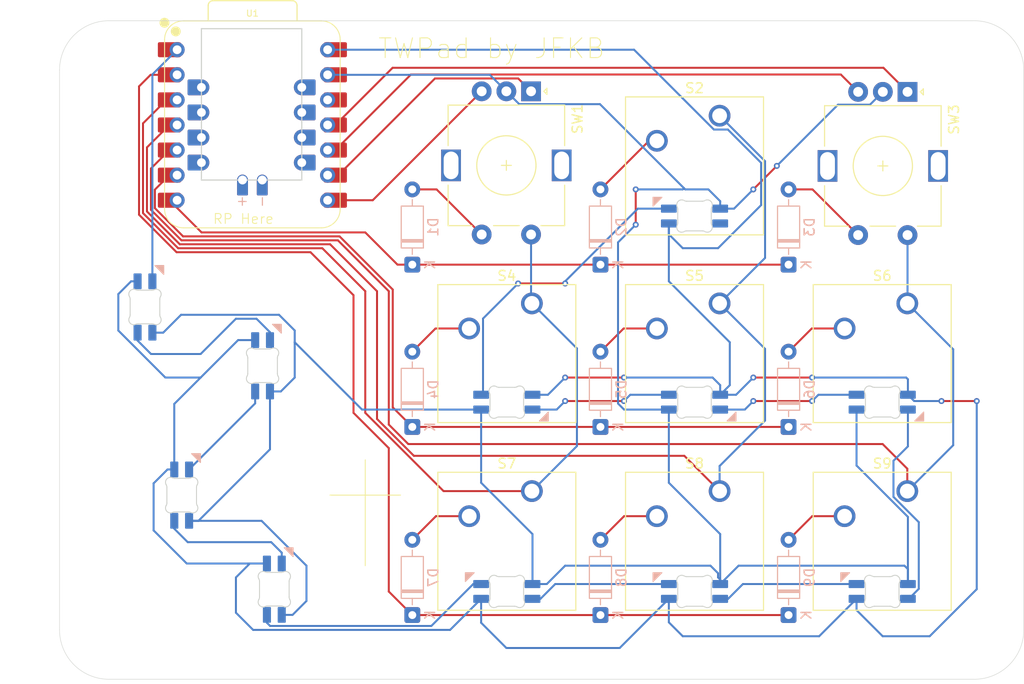
<source format=kicad_pcb>
(kicad_pcb (version 20241229) (generator "pcbnew") (generator_version "9.0")
  (layers (0 "F.Cu" signal) (2 "B.Cu" signal) (13 "F.Paste" user) (15 "B.Paste" user) (5 "F.SilkS" user "F.Silkscreen") (7 "B.SilkS" user "B.Silkscreen") (1 "F.Mask" user) (3 "B.Mask" user) (25 "Edge.Cuts" user))
  (net 0 "")
  (net 1 "row_0")
  (net 2 "Net-(D1-A)")
  (net 3 "Net-(D2-A)")
  (net 4 "Net-(D3-A)")
  (net 5 "Net-(D4-A)")
  (net 6 "Net-(D5-A)")
  (net 7 "Net-(D6-A)")
  (net 8 "Net-(D7-A)")
  (net 9 "Net-(D8-A)")
  (net 10 "Net-(D9-A)")
  (net 11 "row_1")
  (net 12 "row_2")
  (net 13 "Net-(D10-DIN)")
  (net 14 "+5V")
  (net 16 "RotEnc1B")
  (net 17 "RotEnc1A")
  (net 18 "RotEnc2A")
  (net 20 "RotEnc2B")
  (net 21 "Net-(D11-DIN)")
  (net 22 "Net-(D12-DIN)")
  (net 23 "Net-(D13-DIN)")
  (net 24 "Net-(D14-DIN)")
  (net 25 "Net-(D14-DOUT)")
  (net 26 "Net-(D15-DOUT)")
  (net 27 "Net-(D17-DOUT)")
  (net 28 "Led input")
  (net 29 "Net-(D18-DOUT)")
  (net 30 "Net-(D19-DOUT)")
  (net 31 "col_1")
  (net 32 "col_0")
  (net 33 "col_2")
  (net 34 "GND")
  (footprint "Button_Switch_Keyboard:SW_Cherry_MX_1.00u_PCB" (layer "F.Cu") (at 133.017242 77.096639)
    (property "Reference" "S4")
    (property "Value" "~")
  )
  (footprint "Button_Switch_Keyboard:SW_Cherry_MX_1.00u_PCB" (layer "F.Cu") (at 171.027242 77.096639)
    (property "Reference" "S6")
    (property "Value" "~")
  )
  (footprint "Rotary_Encoder:RotaryEncoder_Alps_EC11E-Switch_Vertical_H20mm" (layer "F.Cu") (at 132.932242 55.621639 -90)
    (property "Reference" "SW1")
    (property "Value" "RotaryEncoder_Switch")
  )
  (footprint "kicad-keyboard-parts.pretty-master:MX_SK6812MINI-E_REV_Rot" (layer "F.Cu") (at 130.477242 82.176639)
    (property "Reference" "D11" (hide yes))
    (property "Value" "SK6812MINI")
    (fp_line (start -1.699999 5.622842) (end -1.699999 4.217158) (stroke (width 0.1)) (layer "Edge.Cuts"))
    (fp_line (start -0.794452 3.420001) (end 0.794453 3.420001) (stroke (width 0.1)) (layer "Edge.Cuts"))
    (fp_line (start 0.794452 6.42) (end -0.794452 6.42) (stroke (width 0.1)) (layer "Edge.Cuts"))
    (fp_line (start 1.699999 4.217158) (end 1.699999 5.622842) (stroke (width 0.1)) (layer "Edge.Cuts"))
    (fp_arc (start -1.749484 4.00028) (mid -1.712527 4.105932) (end -1.699999 4.217158) (stroke (width 0.1)) (layer "Edge.Cuts"))
    (fp_arc (start -1.749484 4.00028) (mid -1.638071 3.415965) (end -1.046711 3.351701) (stroke (width 0.1)) (layer "Edge.Cuts"))
    (fp_arc (start -1.699999 5.622843) (mid -1.712527 5.734068) (end -1.749484 5.83972) (stroke (width 0.1)) (layer "Edge.Cuts"))
    (fp_arc (start -1.046711 6.488297) (mid -1.63807 6.424034) (end -1.749484 5.83972) (stroke (width 0.1)) (layer "Edge.Cuts"))
    (fp_arc (start -1.04671 6.488299) (mid -0.925122 6.437377) (end -0.794452 6.42) (stroke (width 0.1)) (layer "Edge.Cuts"))
    (fp_arc (start -0.794453 3.42) (mid -0.925123 3.402623) (end -1.046711 3.351701) (stroke (width 0.1)) (layer "Edge.Cuts"))
    (fp_arc (start 0.794452 6.42) (mid 0.925123 6.437377) (end 1.046711 6.488299) (stroke (width 0.1)) (layer "Edge.Cuts"))
    (fp_arc (start 1.046711 3.351702) (mid 0.925123 3.402624) (end 0.794453 3.420001) (stroke (width 0.1)) (layer "Edge.Cuts"))
    (fp_arc (start 1.046711 3.351702) (mid 1.638071 3.415966) (end 1.749484 4.00028) (stroke (width 0.1)) (layer "Edge.Cuts"))
    (fp_arc (start 1.699999 4.217157) (mid 1.712527 4.105932) (end 1.749484 4.00028) (stroke (width 0.1)) (layer "Edge.Cuts"))
    (fp_arc (start 1.749484 5.839719) (mid 1.638072 6.424035) (end 1.046711 6.488299) (stroke (width 0.1)) (layer "Edge.Cuts"))
    (fp_arc (start 1.749484 5.83972) (mid 1.712527 5.734068) (end 1.699999 5.622842) (stroke (width 0.1)) (layer "Edge.Cuts"))
  )
  (footprint "kicad-keyboard-parts.pretty-master:MX_SK6812MINI-E_REV" (layer "F.Cu") (at 149.482242 101.181639)
    (property "Reference" "D15" (hide yes))
    (property "Value" "SK6812MINI")
    (fp_line (start -1.699999 5.782842) (end -1.699999 4.377158) (stroke (width 0.1)) (layer "Edge.Cuts"))
    (fp_line (start -0.794452 3.58) (end 0.794452 3.58) (stroke (width 0.1)) (layer "Edge.Cuts"))
    (fp_line (start 0.794452 6.579999) (end -0.794453 6.579999) (stroke (width 0.1)) (layer "Edge.Cuts"))
    (fp_line (start 1.699999 4.377158) (end 1.699999 5.782842) (stroke (width 0.1)) (layer "Edge.Cuts"))
    (fp_arc (start -1.749484 4.16028) (mid -1.712527 4.265932) (end -1.699999 4.377158) (stroke (width 0.1)) (layer "Edge.Cuts"))
    (fp_arc (start -1.749484 4.160281) (mid -1.638072 3.575965) (end -1.046711 3.511701) (stroke (width 0.1)) (layer "Edge.Cuts"))
    (fp_arc (start -1.699999 5.782843) (mid -1.712527 5.894068) (end -1.749484 5.99972) (stroke (width 0.1)) (layer "Edge.Cuts"))
    (fp_arc (start -1.046711 6.648298) (mid -1.638071 6.584034) (end -1.749484 5.99972) (stroke (width 0.1)) (layer "Edge.Cuts"))
    (fp_arc (start -1.046711 6.648298) (mid -0.925123 6.597376) (end -0.794453 6.579999) (stroke (width 0.1)) (layer "Edge.Cuts"))
    (fp_arc (start -0.794452 3.58) (mid -0.925123 3.562623) (end -1.046711 3.511701) (stroke (width 0.1)) (layer "Edge.Cuts"))
    (fp_arc (start 0.794453 6.58) (mid 0.925123 6.597377) (end 1.046711 6.648299) (stroke (width 0.1)) (layer "Edge.Cuts"))
    (fp_arc (start 1.04671 3.511701) (mid 0.925122 3.562623) (end 0.794452 3.58) (stroke (width 0.1)) (layer "Edge.Cuts"))
    (fp_arc (start 1.046711 3.511703) (mid 1.63807 3.575966) (end 1.749484 4.16028) (stroke (width 0.1)) (layer "Edge.Cuts"))
    (fp_arc (start 1.699999 4.377157) (mid 1.712527 4.265932) (end 1.749484 4.16028) (stroke (width 0.1)) (layer "Edge.Cuts"))
    (fp_arc (start 1.749484 5.99972) (mid 1.638071 6.584035) (end 1.046711 6.648299) (stroke (width 0.1)) (layer "Edge.Cuts"))
    (fp_arc (start 1.749484 5.99972) (mid 1.712527 5.894068) (end 1.699999 5.782842) (stroke (width 0.1)) (layer "Edge.Cuts"))
  )
  (footprint "kicad-keyboard-parts.pretty-master:MX_SK6812MINI-E" (layer "F.Cu") (at 88.760367 77.459139 90)
    (property "Reference" "D17" (hide yes))
    (property "Value" "SK6812MINI")
    (fp_line (start -0.794452 3.58) (end 0.794453 3.58) (stroke (width 0.1)) (layer "Edge.Cuts"))
    (fp_line (start 1.699999 4.377157) (end 1.699999 5.782841) (stroke (width 0.1)) (layer "Edge.Cuts"))
    (fp_line (start -1.699999 5.782841) (end -1.699999 4.377157) (stroke (width 0.1)) (layer "Edge.Cuts"))
    (fp_line (start 0.794452 6.579999) (end -0.794452 6.579999) (stroke (width 0.1)) (layer "Edge.Cuts"))
    (fp_arc (start 1.046711 3.511701) (mid 0.925123 3.562623) (end 0.794453 3.58) (stroke (width 0.1)) (layer "Edge.Cuts"))
    (fp_arc (start 1.046711 3.511701) (mid 1.638071 3.575965) (end 1.749484 4.160279) (stroke (width 0.1)) (layer "Edge.Cuts"))
    (fp_arc (start -0.794453 3.579999) (mid -0.925123 3.562622) (end -1.046711 3.5117) (stroke (width 0.1)) (layer "Edge.Cuts"))
    (fp_arc (start -1.749484 4.160279) (mid -1.638071 3.575964) (end -1.046711 3.5117) (stroke (width 0.1)) (layer "Edge.Cuts"))
    (fp_arc (start -1.749484 4.160279) (mid -1.712527 4.265931) (end -1.699999 4.377157) (stroke (width 0.1)) (layer "Edge.Cuts"))
    (fp_arc (start 1.699999 4.377156) (mid 1.712527 4.265931) (end 1.749484 4.160279) (stroke (width 0.1)) (layer "Edge.Cuts"))
    (fp_arc (start -1.699999 5.782842) (mid -1.712527 5.894067) (end -1.749484 5.999719) (stroke (width 0.1)) (layer "Edge.Cuts"))
    (fp_arc (start 1.749484 5.999718) (mid 1.638072 6.584034) (end 1.046711 6.648298) (stroke (width 0.1)) (layer "Edge.Cuts"))
    (fp_arc (start 1.749484 5.999719) (mid 1.712527 5.894067) (end 1.699999 5.782841) (stroke (width 0.1)) (layer "Edge.Cuts"))
    (fp_arc (start 0.794452 6.579999) (mid 0.925123 6.597376) (end 1.046711 6.648298) (stroke (width 0.1)) (layer "Edge.Cuts"))
    (fp_arc (start -1.046711 6.648296) (mid -1.63807 6.584033) (end -1.749484 5.999719) (stroke (width 0.1)) (layer "Edge.Cuts"))
    (fp_arc (start -1.04671 6.648298) (mid -0.925122 6.597376) (end -0.794452 6.579999) (stroke (width 0.1)) (layer "Edge.Cuts"))
  )
  (footprint "kicad-keyboard-parts.pretty-master:MX_SK6812MINI-E_REV" (layer "F.Cu") (at 149.482242 63.171639)
    (property "Reference" "D10" (hide yes))
    (property "Value" "SK6812MINI")
    (fp_line (start -1.699999 5.782842) (end -1.699999 4.377158) (stroke (width 0.1)) (layer "Edge.Cuts"))
    (fp_line (start -0.794452 3.58) (end 0.794452 3.58) (stroke (width 0.1)) (layer "Edge.Cuts"))
    (fp_line (start 0.794452 6.579999) (end -0.794453 6.579999) (stroke (width 0.1)) (layer "Edge.Cuts"))
    (fp_line (start 1.699999 4.377158) (end 1.699999 5.782842) (stroke (width 0.1)) (layer "Edge.Cuts"))
    (fp_arc (start -1.749484 4.16028) (mid -1.712527 4.265932) (end -1.699999 4.377158) (stroke (width 0.1)) (layer "Edge.Cuts"))
    (fp_arc (start -1.749484 4.160281) (mid -1.638072 3.575965) (end -1.046711 3.511701) (stroke (width 0.1)) (layer "Edge.Cuts"))
    (fp_arc (start -1.699999 5.782843) (mid -1.712527 5.894068) (end -1.749484 5.99972) (stroke (width 0.1)) (layer "Edge.Cuts"))
    (fp_arc (start -1.046711 6.648298) (mid -1.638071 6.584034) (end -1.749484 5.99972) (stroke (width 0.1)) (layer "Edge.Cuts"))
    (fp_arc (start -1.046711 6.648298) (mid -0.925123 6.597376) (end -0.794453 6.579999) (stroke (width 0.1)) (layer "Edge.Cuts"))
    (fp_arc (start -0.794452 3.58) (mid -0.925123 3.562623) (end -1.046711 3.511701) (stroke (width 0.1)) (layer "Edge.Cuts"))
    (fp_arc (start 0.794453 6.58) (mid 0.925123 6.597377) (end 1.046711 6.648299) (stroke (width 0.1)) (layer "Edge.Cuts"))
    (fp_arc (start 1.04671 3.511701) (mid 0.925122 3.562623) (end 0.794452 3.58) (stroke (width 0.1)) (layer "Edge.Cuts"))
    (fp_arc (start 1.046711 3.511703) (mid 1.63807 3.575966) (end 1.749484 4.16028) (stroke (width 0.1)) (layer "Edge.Cuts"))
    (fp_arc (start 1.699999 4.377157) (mid 1.712527 4.265932) (end 1.749484 4.16028) (stroke (width 0.1)) (layer "Edge.Cuts"))
    (fp_arc (start 1.749484 5.99972) (mid 1.638071 6.584035) (end 1.046711 6.648299) (stroke (width 0.1)) (layer "Edge.Cuts"))
    (fp_arc (start 1.749484 5.99972) (mid 1.712527 5.894068) (end 1.699999 5.782842) (stroke (width 0.1)) (layer "Edge.Cuts"))
  )
  (footprint "Seeed Studio XIAO Series Library:XIAO-MG24-DIP" (layer "F.Cu") (at 104.714742 59.030389 90)
    (property "Reference" "U1")
    (property "Value" "MCU_Seeed_XIAO_RP2040")
    (fp_line (start 9.75 -5.159006) (end -5.574811 -5.159006) (stroke (width 0.12)) (layer "Edge.Cuts"))
    (fp_line (start -5.574811 -5.159006) (end -5.574811 5) (stroke (width 0.12)) (layer "Edge.Cuts"))
    (fp_line (start 9.75 5) (end 9.75 -5.159006) (stroke (width 0.12)) (layer "Edge.Cuts"))
    (fp_line (start -5.574811 5.000994) (end 9.75 5.000994) (stroke (width 0.12)) (layer "Edge.Cuts"))
  )
  (footprint "kicad-keyboard-parts.pretty-master:MX_SK6812MINI-E_REV_Rot" (layer "F.Cu") (at 168.487242 82.176639)
    (property "Reference" "D13" (hide yes))
    (property "Value" "SK6812MINI")
    (fp_line (start -1.699999 5.622842) (end -1.699999 4.217158) (stroke (width 0.1)) (layer "Edge.Cuts"))
    (fp_line (start -0.794452 3.420001) (end 0.794453 3.420001) (stroke (width 0.1)) (layer "Edge.Cuts"))
    (fp_line (start 0.794452 6.42) (end -0.794452 6.42) (stroke (width 0.1)) (layer "Edge.Cuts"))
    (fp_line (start 1.699999 4.217158) (end 1.699999 5.622842) (stroke (width 0.1)) (layer "Edge.Cuts"))
    (fp_arc (start -1.749484 4.00028) (mid -1.712527 4.105932) (end -1.699999 4.217158) (stroke (width 0.1)) (layer "Edge.Cuts"))
    (fp_arc (start -1.749484 4.00028) (mid -1.638071 3.415965) (end -1.046711 3.351701) (stroke (width 0.1)) (layer "Edge.Cuts"))
    (fp_arc (start -1.699999 5.622843) (mid -1.712527 5.734068) (end -1.749484 5.83972) (stroke (width 0.1)) (layer "Edge.Cuts"))
    (fp_arc (start -1.046711 6.488297) (mid -1.63807 6.424034) (end -1.749484 5.83972) (stroke (width 0.1)) (layer "Edge.Cuts"))
    (fp_arc (start -1.04671 6.488299) (mid -0.925122 6.437377) (end -0.794452 6.42) (stroke (width 0.1)) (layer "Edge.Cuts"))
    (fp_arc (start -0.794453 3.42) (mid -0.925123 3.402623) (end -1.046711 3.351701) (stroke (width 0.1)) (layer "Edge.Cuts"))
    (fp_arc (start 0.794452 6.42) (mid 0.925123 6.437377) (end 1.046711 6.488299) (stroke (width 0.1)) (layer "Edge.Cuts"))
    (fp_arc (start 1.046711 3.351702) (mid 0.925123 3.402624) (end 0.794453 3.420001) (stroke (width 0.1)) (layer "Edge.Cuts"))
    (fp_arc (start 1.046711 3.351702) (mid 1.638071 3.415966) (end 1.749484 4.00028) (stroke (width 0.1)) (layer "Edge.Cuts"))
    (fp_arc (start 1.699999 4.217157) (mid 1.712527 4.105932) (end 1.749484 4.00028) (stroke (width 0.1)) (layer "Edge.Cuts"))
    (fp_arc (start 1.749484 5.839719) (mid 1.638072 6.424035) (end 1.046711 6.488299) (stroke (width 0.1)) (layer "Edge.Cuts"))
    (fp_arc (start 1.749484 5.83972) (mid 1.712527 5.734068) (end 1.699999 5.622842) (stroke (width 0.1)) (layer "Edge.Cuts"))
  )
  (footprint "kicad-keyboard-parts.pretty-master:MX_SK6812MINI-E" (layer "F.Cu") (at 92.476618 96.509139 90)
    (property "Reference" "D19" (hide yes))
    (property "Value" "SK6812MINI")
    (fp_line (start -0.794452 3.58) (end 0.794453 3.58) (stroke (width 0.1)) (layer "Edge.Cuts"))
    (fp_line (start 1.699999 4.377157) (end 1.699999 5.782841) (stroke (width 0.1)) (layer "Edge.Cuts"))
    (fp_line (start -1.699999 5.782841) (end -1.699999 4.377157) (stroke (width 0.1)) (layer "Edge.Cuts"))
    (fp_line (start 0.794452 6.579999) (end -0.794452 6.579999) (stroke (width 0.1)) (layer "Edge.Cuts"))
    (fp_arc (start 1.046711 3.511701) (mid 0.925123 3.562623) (end 0.794453 3.58) (stroke (width 0.1)) (layer "Edge.Cuts"))
    (fp_arc (start 1.046711 3.511701) (mid 1.638071 3.575965) (end 1.749484 4.160279) (stroke (width 0.1)) (layer "Edge.Cuts"))
    (fp_arc (start -0.794453 3.579999) (mid -0.925123 3.562622) (end -1.046711 3.5117) (stroke (width 0.1)) (layer "Edge.Cuts"))
    (fp_arc (start -1.749484 4.160279) (mid -1.638071 3.575964) (end -1.046711 3.5117) (stroke (width 0.1)) (layer "Edge.Cuts"))
    (fp_arc (start -1.749484 4.160279) (mid -1.712527 4.265931) (end -1.699999 4.377157) (stroke (width 0.1)) (layer "Edge.Cuts"))
    (fp_arc (start 1.699999 4.377156) (mid 1.712527 4.265931) (end 1.749484 4.160279) (stroke (width 0.1)) (layer "Edge.Cuts"))
    (fp_arc (start -1.699999 5.782842) (mid -1.712527 5.894067) (end -1.749484 5.999719) (stroke (width 0.1)) (layer "Edge.Cuts"))
    (fp_arc (start 1.749484 5.999718) (mid 1.638072 6.584034) (end 1.046711 6.648298) (stroke (width 0.1)) (layer "Edge.Cuts"))
    (fp_arc (start 1.749484 5.999719) (mid 1.712527 5.894067) (end 1.699999 5.782841) (stroke (width 0.1)) (layer "Edge.Cuts"))
    (fp_arc (start 0.794452 6.579999) (mid 0.925123 6.597376) (end 1.046711 6.648298) (stroke (width 0.1)) (layer "Edge.Cuts"))
    (fp_arc (start -1.046711 6.648296) (mid -1.63807 6.584033) (end -1.749484 5.999719) (stroke (width 0.1)) (layer "Edge.Cuts"))
    (fp_arc (start -1.04671 6.648298) (mid -0.925122 6.597376) (end -0.794452 6.579999) (stroke (width 0.1)) (layer "Edge.Cuts"))
  )
  (footprint "Rotary_Encoder:RotaryEncoder_Alps_EC11E-Switch_Vertical_H20mm" (layer "F.Cu") (at 171.05 55.67625 -90)
    (property "Reference" "SW3")
    (property "Value" "RotaryEncoder_Switch")
  )
  (footprint "kicad-keyboard-parts.pretty-master:MX_SK6812MINI-E_REV" (layer "F.Cu") (at 168.487242 101.181639)
    (property "Reference" "D16" (hide yes))
    (property "Value" "SK6812MINI")
    (fp_line (start -1.699999 5.782842) (end -1.699999 4.377158) (stroke (width 0.1)) (layer "Edge.Cuts"))
    (fp_line (start -0.794452 3.58) (end 0.794452 3.58) (stroke (width 0.1)) (layer "Edge.Cuts"))
    (fp_line (start 0.794452 6.579999) (end -0.794453 6.579999) (stroke (width 0.1)) (layer "Edge.Cuts"))
    (fp_line (start 1.699999 4.377158) (end 1.699999 5.782842) (stroke (width 0.1)) (layer "Edge.Cuts"))
    (fp_arc (start -1.749484 4.16028) (mid -1.712527 4.265932) (end -1.699999 4.377158) (stroke (width 0.1)) (layer "Edge.Cuts"))
    (fp_arc (start -1.749484 4.160281) (mid -1.638072 3.575965) (end -1.046711 3.511701) (stroke (width 0.1)) (layer "Edge.Cuts"))
    (fp_arc (start -1.699999 5.782843) (mid -1.712527 5.894068) (end -1.749484 5.99972) (stroke (width 0.1)) (layer "Edge.Cuts"))
    (fp_arc (start -1.046711 6.648298) (mid -1.638071 6.584034) (end -1.749484 5.99972) (stroke (width 0.1)) (layer "Edge.Cuts"))
    (fp_arc (start -1.046711 6.648298) (mid -0.925123 6.597376) (end -0.794453 6.579999) (stroke (width 0.1)) (layer "Edge.Cuts"))
    (fp_arc (start -0.794452 3.58) (mid -0.925123 3.562623) (end -1.046711 3.511701) (stroke (width 0.1)) (layer "Edge.Cuts"))
    (fp_arc (start 0.794453 6.58) (mid 0.925123 6.597377) (end 1.046711 6.648299) (stroke (width 0.1)) (layer "Edge.Cuts"))
    (fp_arc (start 1.04671 3.511701) (mid 0.925122 3.562623) (end 0.794452 3.58) (stroke (width 0.1)) (layer "Edge.Cuts"))
    (fp_arc (start 1.046711 3.511703) (mid 1.63807 3.575966) (end 1.749484 4.16028) (stroke (width 0.1)) (layer "Edge.Cuts"))
    (fp_arc (start 1.699999 4.377157) (mid 1.712527 4.265932) (end 1.749484 4.16028) (stroke (width 0.1)) (layer "Edge.Cuts"))
    (fp_arc (start 1.749484 5.99972) (mid 1.638071 6.584035) (end 1.046711 6.648299) (stroke (width 0.1)) (layer "Edge.Cuts"))
    (fp_arc (start 1.749484 5.99972) (mid 1.712527 5.894068) (end 1.699999 5.782842) (stroke (width 0.1)) (layer "Edge.Cuts"))
  )
  (footprint "kicad-keyboard-parts.pretty-master:MX_SK6812MINI-E_REV" (layer "F.Cu") (at 130.477242 101.181639)
    (property "Reference" "D14" (hide yes))
    (property "Value" "SK6812MINI")
    (fp_line (start -1.699999 5.782842) (end -1.699999 4.377158) (stroke (width 0.1)) (layer "Edge.Cuts"))
    (fp_line (start -0.794452 3.58) (end 0.794452 3.58) (stroke (width 0.1)) (layer "Edge.Cuts"))
    (fp_line (start 0.794452 6.579999) (end -0.794453 6.579999) (stroke (width 0.1)) (layer "Edge.Cuts"))
    (fp_line (start 1.699999 4.377158) (end 1.699999 5.782842) (stroke (width 0.1)) (layer "Edge.Cuts"))
    (fp_arc (start -1.749484 4.16028) (mid -1.712527 4.265932) (end -1.699999 4.377158) (stroke (width 0.1)) (layer "Edge.Cuts"))
    (fp_arc (start -1.749484 4.160281) (mid -1.638072 3.575965) (end -1.046711 3.511701) (stroke (width 0.1)) (layer "Edge.Cuts"))
    (fp_arc (start -1.699999 5.782843) (mid -1.712527 5.894068) (end -1.749484 5.99972) (stroke (width 0.1)) (layer "Edge.Cuts"))
    (fp_arc (start -1.046711 6.648298) (mid -1.638071 6.584034) (end -1.749484 5.99972) (stroke (width 0.1)) (layer "Edge.Cuts"))
    (fp_arc (start -1.046711 6.648298) (mid -0.925123 6.597376) (end -0.794453 6.579999) (stroke (width 0.1)) (layer "Edge.Cuts"))
    (fp_arc (start -0.794452 3.58) (mid -0.925123 3.562623) (end -1.046711 3.511701) (stroke (width 0.1)) (layer "Edge.Cuts"))
    (fp_arc (start 0.794453 6.58) (mid 0.925123 6.597377) (end 1.046711 6.648299) (stroke (width 0.1)) (layer "Edge.Cuts"))
    (fp_arc (start 1.04671 3.511701) (mid 0.925122 3.562623) (end 0.794452 3.58) (stroke (width 0.1)) (layer "Edge.Cuts"))
    (fp_arc (start 1.046711 3.511703) (mid 1.63807 3.575966) (end 1.749484 4.16028) (stroke (width 0.1)) (layer "Edge.Cuts"))
    (fp_arc (start 1.699999 4.377157) (mid 1.712527 4.265932) (end 1.749484 4.16028) (stroke (width 0.1)) (layer "Edge.Cuts"))
    (fp_arc (start 1.749484 5.99972) (mid 1.638071 6.584035) (end 1.046711 6.648299) (stroke (width 0.1)) (layer "Edge.Cuts"))
    (fp_arc (start 1.749484 5.99972) (mid 1.712527 5.894068) (end 1.699999 5.782842) (stroke (width 0.1)) (layer "Edge.Cuts"))
  )
  (footprint "Button_Switch_Keyboard:SW_Cherry_MX_1.00u_PCB" (layer "F.Cu") (at 133.017242 96.101639)
    (property "Reference" "S7")
    (property "Value" "~")
  )
  (footprint "Button_Switch_Keyboard:SW_Cherry_MX_1.00u_PCB" (layer "F.Cu") (at 152.022242 96.101639)
    (property "Reference" "S8")
    (property "Value" "~")
  )
  (footprint "kicad-keyboard-parts.pretty-master:MX_SK6812MINI-E" (layer "F.Cu") (at 100.666617 83.412264 90)
    (property "Reference" "D18" (hide yes))
    (property "Value" "SK6812MINI")
    (fp_line (start -0.794452 3.58) (end 0.794453 3.58) (stroke (width 0.1)) (layer "Edge.Cuts"))
    (fp_line (start 1.699999 4.377157) (end 1.699999 5.782841) (stroke (width 0.1)) (layer "Edge.Cuts"))
    (fp_line (start -1.699999 5.782841) (end -1.699999 4.377157) (stroke (width 0.1)) (layer "Edge.Cuts"))
    (fp_line (start 0.794452 6.579999) (end -0.794452 6.579999) (stroke (width 0.1)) (layer "Edge.Cuts"))
    (fp_arc (start 1.046711 3.511701) (mid 0.925123 3.562623) (end 0.794453 3.58) (stroke (width 0.1)) (layer "Edge.Cuts"))
    (fp_arc (start 1.046711 3.511701) (mid 1.638071 3.575965) (end 1.749484 4.160279) (stroke (width 0.1)) (layer "Edge.Cuts"))
    (fp_arc (start -0.794453 3.579999) (mid -0.925123 3.562622) (end -1.046711 3.5117) (stroke (width 0.1)) (layer "Edge.Cuts"))
    (fp_arc (start -1.749484 4.160279) (mid -1.638071 3.575964) (end -1.046711 3.5117) (stroke (width 0.1)) (layer "Edge.Cuts"))
    (fp_arc (start -1.749484 4.160279) (mid -1.712527 4.265931) (end -1.699999 4.377157) (stroke (width 0.1)) (layer "Edge.Cuts"))
    (fp_arc (start 1.699999 4.377156) (mid 1.712527 4.265931) (end 1.749484 4.160279) (stroke (width 0.1)) (layer "Edge.Cuts"))
    (fp_arc (start -1.699999 5.782842) (mid -1.712527 5.894067) (end -1.749484 5.999719) (stroke (width 0.1)) (layer "Edge.Cuts"))
    (fp_arc (start 1.749484 5.999718) (mid 1.638072 6.584034) (end 1.046711 6.648298) (stroke (width 0.1)) (layer "Edge.Cuts"))
    (fp_arc (start 1.749484 5.999719) (mid 1.712527 5.894067) (end 1.699999 5.782841) (stroke (width 0.1)) (layer "Edge.Cuts"))
    (fp_arc (start 0.794452 6.579999) (mid 0.925123 6.597376) (end 1.046711 6.648298) (stroke (width 0.1)) (layer "Edge.Cuts"))
    (fp_arc (start -1.046711 6.648296) (mid -1.63807 6.584033) (end -1.749484 5.999719) (stroke (width 0.1)) (layer "Edge.Cuts"))
    (fp_arc (start -1.04671 6.648298) (mid -0.925122 6.597376) (end -0.794452 6.579999) (stroke (width 0.1)) (layer "Edge.Cuts"))
  )
  (footprint "Button_Switch_Keyboard:SW_Cherry_MX_1.00u_PCB" (layer "F.Cu") (at 152.022242 58.091639)
    (property "Reference" "S2")
    (property "Value" "~")
  )
  (footprint "kicad-keyboard-parts.pretty-master:MX_SK6812MINI-E" (layer "F.Cu") (at 101.857242 106.034139 90)
    (property "Reference" "D20" (hide yes))
    (property "Value" "SK6812MINI")
    (fp_line (start -0.794452 3.58) (end 0.794453 3.58) (stroke (width 0.1)) (layer "Edge.Cuts"))
    (fp_line (start 1.699999 4.377157) (end 1.699999 5.782841) (stroke (width 0.1)) (layer "Edge.Cuts"))
    (fp_line (start -1.699999 5.782841) (end -1.699999 4.377157) (stroke (width 0.1)) (layer "Edge.Cuts"))
    (fp_line (start 0.794452 6.579999) (end -0.794452 6.579999) (stroke (width 0.1)) (layer "Edge.Cuts"))
    (fp_arc (start 1.046711 3.511701) (mid 0.925123 3.562623) (end 0.794453 3.58) (stroke (width 0.1)) (layer "Edge.Cuts"))
    (fp_arc (start 1.046711 3.511701) (mid 1.638071 3.575965) (end 1.749484 4.160279) (stroke (width 0.1)) (layer "Edge.Cuts"))
    (fp_arc (start -0.794453 3.579999) (mid -0.925123 3.562622) (end -1.046711 3.5117) (stroke (width 0.1)) (layer "Edge.Cuts"))
    (fp_arc (start -1.749484 4.160279) (mid -1.638071 3.575964) (end -1.046711 3.5117) (stroke (width 0.1)) (layer "Edge.Cuts"))
    (fp_arc (start -1.749484 4.160279) (mid -1.712527 4.265931) (end -1.699999 4.377157) (stroke (width 0.1)) (layer "Edge.Cuts"))
    (fp_arc (start 1.699999 4.377156) (mid 1.712527 4.265931) (end 1.749484 4.160279) (stroke (width 0.1)) (layer "Edge.Cuts"))
    (fp_arc (start -1.699999 5.782842) (mid -1.712527 5.894067) (end -1.749484 5.999719) (stroke (width 0.1)) (layer "Edge.Cuts"))
    (fp_arc (start 1.749484 5.999718) (mid 1.638072 6.584034) (end 1.046711 6.648298) (stroke (width 0.1)) (layer "Edge.Cuts"))
    (fp_arc (start 1.749484 5.999719) (mid 1.712527 5.894067) (end 1.699999 5.782841) (stroke (width 0.1)) (layer "Edge.Cuts"))
    (fp_arc (start 0.794452 6.579999) (mid 0.925123 6.597376) (end 1.046711 6.648298) (stroke (width 0.1)) (layer "Edge.Cuts"))
    (fp_arc (start -1.046711 6.648296) (mid -1.63807 6.584033) (end -1.749484 5.999719) (stroke (width 0.1)) (layer "Edge.Cuts"))
    (fp_arc (start -1.04671 6.648298) (mid -0.925122 6.597376) (end -0.794452 6.579999) (stroke (width 0.1)) (layer "Edge.Cuts"))
  )
  (footprint "kicad-keyboard-parts.pretty-master:MX_SK6812MINI-E_REV_Rot" (layer "F.Cu") (at 149.482242 82.176639)
    (property "Reference" "D12" (hide yes))
    (property "Value" "SK6812MINI")
    (fp_line (start -1.699999 5.622842) (end -1.699999 4.217158) (stroke (width 0.1)) (layer "Edge.Cuts"))
    (fp_line (start -0.794452 3.420001) (end 0.794453 3.420001) (stroke (width 0.1)) (layer "Edge.Cuts"))
    (fp_line (start 0.794452 6.42) (end -0.794452 6.42) (stroke (width 0.1)) (layer "Edge.Cuts"))
    (fp_line (start 1.699999 4.217158) (end 1.699999 5.622842) (stroke (width 0.1)) (layer "Edge.Cuts"))
    (fp_arc (start -1.749484 4.00028) (mid -1.712527 4.105932) (end -1.699999 4.217158) (stroke (width 0.1)) (layer "Edge.Cuts"))
    (fp_arc (start -1.749484 4.00028) (mid -1.638071 3.415965) (end -1.046711 3.351701) (stroke (width 0.1)) (layer "Edge.Cuts"))
    (fp_arc (start -1.699999 5.622843) (mid -1.712527 5.734068) (end -1.749484 5.83972) (stroke (width 0.1)) (layer "Edge.Cuts"))
    (fp_arc (start -1.046711 6.488297) (mid -1.63807 6.424034) (end -1.749484 5.83972) (stroke (width 0.1)) (layer "Edge.Cuts"))
    (fp_arc (start -1.04671 6.488299) (mid -0.925122 6.437377) (end -0.794452 6.42) (stroke (width 0.1)) (layer "Edge.Cuts"))
    (fp_arc (start -0.794453 3.42) (mid -0.925123 3.402623) (end -1.046711 3.351701) (stroke (width 0.1)) (layer "Edge.Cuts"))
    (fp_arc (start 0.794452 6.42) (mid 0.925123 6.437377) (end 1.046711 6.488299) (stroke (width 0.1)) (layer "Edge.Cuts"))
    (fp_arc (start 1.046711 3.351702) (mid 0.925123 3.402624) (end 0.794453 3.420001) (stroke (width 0.1)) (layer "Edge.Cuts"))
    (fp_arc (start 1.046711 3.351702) (mid 1.638071 3.415966) (end 1.749484 4.00028) (stroke (width 0.1)) (layer "Edge.Cuts"))
    (fp_arc (start 1.699999 4.217157) (mid 1.712527 4.105932) (end 1.749484 4.00028) (stroke (width 0.1)) (layer "Edge.Cuts"))
    (fp_arc (start 1.749484 5.839719) (mid 1.638072 6.424035) (end 1.046711 6.488299) (stroke (width 0.1)) (layer "Edge.Cuts"))
    (fp_arc (start 1.749484 5.83972) (mid 1.712527 5.734068) (end 1.699999 5.622842) (stroke (width 0.1)) (layer "Edge.Cuts"))
  )
  (footprint "Button_Switch_Keyboard:SW_Cherry_MX_1.00u_PCB" (layer "F.Cu") (at 152.022242 77.096639)
    (property "Reference" "S5")
    (property "Value" "~")
  )
  (footprint "Button_Switch_Keyboard:SW_Cherry_MX_1.00u_PCB" (layer "F.Cu") (at 171.027242 96.101639)
    (property "Reference" "S9")
    (property "Value" "~")
  )
  (footprint "Diode_THT:D_DO-35_SOD27_P7.62mm_Horizontal" (layer "B.Cu") (at 159.007242 73.172889 90)
    (property "Reference" "D3")
    (property "Value" "1N4148")
  )
  (footprint "Diode_THT:D_DO-35_SOD27_P7.62mm_Horizontal" (layer "B.Cu") (at 159.007242 108.653514 90)
    (property "Reference" "D9")
    (property "Value" "1N4148")
  )
  (footprint "Diode_THT:D_DO-35_SOD27_P7.62mm_Horizontal" (layer "B.Cu") (at 120.907242 108.653514 90)
    (property "Reference" "D7")
    (property "Value" "1N4148")
  )
  (footprint "Diode_THT:D_DO-35_SOD27_P7.62mm_Horizontal" (layer "B.Cu") (at 139.957242 73.172889 90)
    (property "Reference" "D2")
    (property "Value" "1N4148")
  )
  (footprint "Diode_THT:D_DO-35_SOD27_P7.62mm_Horizontal" (layer "B.Cu") (at 159.007242 89.603514 90)
    (property "Reference" "D6")
    (property "Value" "1N4148")
  )
  (footprint "Diode_THT:D_DO-35_SOD27_P7.62mm_Horizontal" (layer "B.Cu") (at 120.907242 89.603514 90)
    (property "Reference" "D4")
    (property "Value" "1N4148")
  )
  (footprint "Diode_THT:D_DO-35_SOD27_P7.62mm_Horizontal" (layer "B.Cu") (at 139.957242 89.603514 90)
    (property "Reference" "D5")
    (property "Value" "1N4148")
  )
  (footprint "Diode_THT:D_DO-35_SOD27_P7.62mm_Horizontal" (layer "B.Cu") (at 120.907242 73.172889 90)
    (property "Reference" "D1")
    (property "Value" "1N4148")
  )
  (footprint "Diode_THT:D_DO-35_SOD27_P7.62mm_Horizontal" (layer "B.Cu") (at 139.957242 108.653514 90)
    (property "Reference" "D8")
    (property "Value" "1N4148")
  )
  (gr_line (start 112.572867 96.509139) (end 119.716617 96.509139) (stroke (width 0.1)) (layer "F.SilkS"))
  (gr_line (start 116.144742 92.937264) (end 116.144742 103.652889) (stroke (width 0.1)) (layer "F.SilkS"))
  (gr_arc (start 182.819742 110.151639) (mid 181.355265 113.687163) (end 177.819742 115.151639) (stroke (width 0.05)) (layer "Edge.Cuts"))
  (gr_arc (start 177.819742 48.476639) (mid 181.355235 49.941122) (end 182.819742 53.476639) (stroke (width 0.05)) (layer "Edge.Cuts"))
  (gr_arc (start 90.188492 115.151639) (mid 86.652958 113.687173) (end 85.188492 110.151639) (stroke (width 0.05)) (layer "Edge.Cuts"))
  (gr_line (start 90.188492 48.476639) (end 177.819742 48.476639) (stroke (width 0.05)) (layer "Edge.Cuts"))
  (gr_line (start 182.819742 53.476639) (end 182.819742 110.151639) (stroke (width 0.05)) (layer "Edge.Cuts"))
  (gr_arc (start 85.188492 53.476639) (mid 86.652958 49.941105) (end 90.188492 48.476639) (stroke (width 0.05)) (layer "Edge.Cuts"))
  (gr_line (start 177.819742 115.151639) (end 90.188492 115.151639) (stroke (width 0.05)) (layer "Edge.Cuts"))
  (gr_line (start 85.188492 110.151639) (end 85.188492 53.476639) (stroke (width 0.05)) (layer "Edge.Cuts"))
  (gr_text "TWPad by JFKB" (at 117.335367 52.456014 0) (layer "F.SilkS") (effects (font (size 2 2) (thickness 0.1)) (justify left bottom)))
  (gr_text "RP Here" (at 100.666617 69.124764 0) (layer "F.SilkS") (effects (font (size 1 1) (thickness 0.1)) (justify left bottom)))
  (segment (start 120.907242 73.172889) (end 159.007242 73.172889) (width 0.2) (layer "F.Cu") (net 1))
  (segment (start 119.409742 73.172889) (end 120.907242 73.172889) (width 0.2) (layer "F.Cu") (net 1))
  (segment (start 96.309742 66.650389) (end 99.567242 69.907889) (width 0.2) (layer "F.Cu") (net 1))
  (segment (start 99.567242 69.907889) (end 116.144742 69.907889) (width 0.2) (layer "F.Cu") (net 1))
  (segment (start 116.144742 69.907889) (end 119.409742 73.172889) (width 0.2) (layer "F.Cu") (net 1))
  (segment (start 127.932242 70.121639) (end 123.363492 65.552889) (width 0.2) (layer "F.Cu") (net 2))
  (segment (start 123.363492 65.552889) (end 120.907242 65.552889) (width 0.2) (layer "F.Cu") (net 2))
  (segment (start 144.878492 60.631639) (end 139.957242 65.552889) (width 0.2) (layer "F.Cu") (net 3))
  (segment (start 145.672242 60.631639) (end 144.878492 60.631639) (width 0.2) (layer "F.Cu") (net 3))
  (segment (start 159.007242 65.552889) (end 161.426639 65.552889) (width 0.2) (layer "F.Cu") (net 4))
  (segment (start 161.426639 65.552889) (end 166.05 70.17625) (width 0.2) (layer "F.Cu") (net 4))
  (segment (start 123.254117 79.636639) (end 126.667242 79.636639) (width 0.2) (layer "F.Cu") (net 5))
  (segment (start 120.907242 81.983514) (end 123.254117 79.636639) (width 0.2) (layer "F.Cu") (net 5))
  (segment (start 142.304117 79.636639) (end 145.672242 79.636639) (width 0.2) (layer "F.Cu") (net 6))
  (segment (start 139.957242 81.983514) (end 142.304117 79.636639) (width 0.2) (layer "F.Cu") (net 6))
  (segment (start 161.354117 79.636639) (end 164.677242 79.636639) (width 0.2) (layer "F.Cu") (net 7))
  (segment (start 159.007242 81.983514) (end 161.354117 79.636639) (width 0.2) (layer "F.Cu") (net 7))
  (segment (start 123.299117 98.641639) (end 126.667242 98.641639) (width 0.2) (layer "F.Cu") (net 8))
  (segment (start 120.907242 101.033514) (end 123.299117 98.641639) (width 0.2) (layer "F.Cu") (net 8))
  (segment (start 142.349117 98.641639) (end 145.672242 98.641639) (width 0.2) (layer "F.Cu") (net 9))
  (segment (start 139.957242 101.033514) (end 142.349117 98.641639) (width 0.2) (layer "F.Cu") (net 9))
  (segment (start 161.399117 98.641639) (end 164.677242 98.641639) (width 0.2) (layer "F.Cu") (net 10))
  (segment (start 159.007242 101.033514) (end 161.399117 98.641639) (width 0.2) (layer "F.Cu") (net 10))
  (segment (start 139.957242 89.603514) (end 159.007242 89.603514) (width 0.2) (layer "F.Cu") (net 11))
  (segment (start 120.907242 89.603514) (end 139.957242 89.603514) (width 0.2) (layer "F.Cu") (net 11))
  (segment (start 118.926992 87.623264) (end 120.907242 89.603514) (width 0.2) (layer "F.Cu") (net 11))
  (segment (start 94.842742 67.452015) (end 97.699616 70.308889) (width 0.2) (layer "F.Cu") (net 11))
  (segment (start 94.842742 65.577389) (end 94.842742 67.452015) (width 0.2) (layer "F.Cu") (net 11))
  (segment (start 96.309742 64.110389) (end 94.842742 65.577389) (width 0.2) (layer "F.Cu") (net 11))
  (segment (start 97.699616 70.308889) (end 113.540967 70.308889) (width 0.2) (layer "F.Cu") (net 11))
  (segment (start 113.540967 70.308889) (end 118.926992 75.694914) (width 0.2) (layer "F.Cu") (net 11))
  (segment (start 118.926992 75.694914) (end 118.926992 87.623264) (width 0.2) (layer "F.Cu") (net 11))
  (segment (start 159.007242 108.653514) (end 139.957242 108.653514) (width 0.2) (layer "F.Cu") (net 12))
  (segment (start 94.409742 53.950389) (end 96.309742 53.950389) (width 0.2) (layer "F.Cu") (net 12))
  (segment (start 118.525992 91.746639) (end 114.954117 88.174764) (width 0.2) (layer "F.Cu") (net 12))
  (segment (start 139.957242 108.653514) (end 120.907242 108.653514) (width 0.2) (layer "F.Cu") (net 12))
  (segment (start 118.525992 106.272264) (end 118.525992 91.746639) (width 0.2) (layer "F.Cu") (net 12))
  (segment (start 120.907242 108.653514) (end 118.525992 106.272264) (width 0.2) (layer "F.Cu") (net 12))
  (segment (start 93.238742 68.116415) (end 93.238742 55.121389) (width 0.2) (layer "F.Cu") (net 12))
  (segment (start 97.035216 71.912889) (end 93.238742 68.116415) (width 0.2) (layer "F.Cu") (net 12))
  (segment (start 114.954117 88.174764) (end 114.954117 76.268514) (width 0.2) (layer "F.Cu") (net 12))
  (segment (start 93.238742 55.121389) (end 94.409742 53.950389) (width 0.2) (layer "F.Cu") (net 12))
  (segment (start 110.598492 71.912889) (end 97.035216 71.912889) (width 0.2) (layer "F.Cu") (net 12))
  (segment (start 114.954117 76.268514) (end 110.598492 71.912889) (width 0.2) (layer "F.Cu") (net 12))
  (segment (start 131.622867 75.077889) (end 136.385367 75.077889) (width 0.2) (layer "F.Cu") (net 13))
  (via (at 131.622867 75.077889) (size 0.6) (drill 0.3) (layers "F.Cu" "B.Cu") (net 13))
  (via (at 136.385367 75.077889) (size 0.6) (drill 0.3) (layers "F.Cu" "B.Cu") (net 13))
  (segment (start 136.385367 74.858604) (end 143.742332 67.501639) (width 0.2) (layer "B.Cu") (net 13))
  (segment (start 143.742332 67.501639) (end 146.882242 67.501639) (width 0.2) (layer "B.Cu") (net 13))
  (segment (start 136.385367 75.077889) (end 136.385367 74.858604) (width 0.2) (layer "B.Cu") (net 13))
  (segment (start 127.877242 86.346639) (end 128.068242 86.155639) (width 0.2) (layer "B.Cu") (net 13))
  (segment (start 128.068242 78.632514) (end 131.622867 75.077889) (width 0.2) (layer "B.Cu") (net 13))
  (segment (start 128.068242 86.155639) (end 128.068242 78.632514) (width 0.2) (layer "B.Cu") (net 13))
  (segment (start 174.485367 86.984139) (end 178.057242 86.984139) (width 0.2) (layer "F.Cu") (net 14))
  (segment (start 136.385367 84.602889) (end 142.338492 84.602889) (width 0.2) (layer "F.Cu") (net 14))
  (segment (start 161.388492 84.602889) (end 155.435367 84.602889) (width 0.2) (layer "F.Cu") (net 14))
  (via (at 155.435367 84.602889) (size 0.6) (drill 0.3) (layers "F.Cu" "B.Cu") (net 14))
  (via (at 178.057242 86.984139) (size 0.6) (drill 0.3) (layers "F.Cu" "B.Cu") (net 14))
  (via (at 136.385367 84.602889) (size 0.6) (drill 0.3) (layers "F.Cu" "B.Cu") (net 14))
  (via (at 161.388492 84.602889) (size 0.6) (drill 0.3) (layers "F.Cu" "B.Cu") (net 14))
  (via (at 142.338492 84.602889) (size 0.6) (drill 0.3) (layers "F.Cu" "B.Cu") (net 14))
  (via (at 174.485367 86.984139) (size 0.6) (drill 0.3) (layers "F.Cu" "B.Cu") (net 14))
  (segment (start 148.291617 71.506014) (end 146.882242 70.096639) (width 0.2) (layer "B.Cu") (net 14))
  (segment (start 91.141617 79.840389) (end 95.904117 84.602889) (width 0.2) (layer "B.Cu") (net 14))
  (segment (start 146.882242 107.011639) (end 141.906617 111.987264) (width 0.2) (layer "B.Cu") (net 14))
  (segment (start 127.877242 107.011639) (end 124.733367 110.155514) (width 0.2) (layer "B.Cu") (net 14))
  (segment (start 92.435504 74.859139) (end 91.141617 76.153026) (width 0.2) (layer "B.Cu") (net 14))
  (segment (start 127.877242 109.432264) (end 127.877242 107.011639) (width 0.2) (layer "B.Cu") (net 14))
  (segment (start 103.047867 108.415389) (end 103.047867 104.843514) (width 0.2) (layer "B.Cu") (net 14))
  (segment (start 153.691617 86.346639) (end 152.082242 86.346639) (width 0.2) (layer "B.Cu") (net 14))
  (segment (start 142.338492 84.602889) (end 151.310367 84.602889) (width 0.2) (layer "B.Cu") (net 14))
  (segment (start 153.054117 85.374764) (end 153.054117 81.031014) (width 0.2) (layer "B.Cu") (net 14))
  (segment (start 155.435367 84.602889) (end 153.691617 86.346639) (width 0.2) (layer "B.Cu") (net 14))
  (segment (start 165.887242 108.151639) (end 165.887242 107.011639) (width 0.2) (layer "B.Cu") (net 14))
  (segment (start 96.806617 93.909139) (end 96.806617 87.272264) (width 0.2) (layer "B.Cu") (net 14))
  (segment (start 171.724742 86.984139) (end 174.485367 86.984139) (width 0.2) (layer "B.Cu") (net 14))
  (segment (start 104.457242 103.434139) (end 106.187241 103.434139) (width 0.2) (layer "B.Cu") (net 14))
  (segment (start 168.532242 110.796639) (end 165.887242 108.151639) (width 0.2) (layer "B.Cu") (net 14))
  (segment (start 148.291617 110.796639) (end 146.882242 109.387264) (width 0.2) (layer "B.Cu") (net 14))
  (segment (start 152.082242 85.374764) (end 152.082242 86.346639) (width 0.2) (layer "B.Cu") (net 14))
  (segment (start 112.334742 51.410389) (end 143.359678 51.410389) (width 0.2) (layer "B.Cu") (net 14))
  (segment (start 162.102242 110.796639) (end 148.291617 110.796639) (width 0.2) (layer "B.Cu") (net 14))
  (segment (start 130.432242 111.987264) (end 127.877242 109.432264) (width 0.2) (layer "B.Cu") (net 14))
  (segment (start 153.054117 81.031014) (end 146.882242 74.859139) (width 0.2) (layer "B.Cu") (net 14))
  (segment (start 171.087242 86.346639) (end 171.724742 86.984139) (width 0.2) (layer "B.Cu") (net 14))
  (segment (start 152.856142 59.492639) (end 156.224992 62.861489) (width 0.2) (layer "B.Cu") (net 14))
  (segment (start 94.713492 100.081014) (end 94.713492 95.318514) (width 0.2) (layer "B.Cu") (net 14))
  (segment (start 141.906617 111.987264) (end 130.432242 111.987264) (width 0.2) (layer "B.Cu") (net 14))
  (segment (start 99.475992 84.602889) (end 103.266617 80.812264) (width 0.2) (layer "B.Cu") (net 14))
  (segment (start 151.863492 71.506014) (end 148.291617 71.506014) (width 0.2) (layer "B.Cu") (net 14))
  (segment (start 103.266617 80.812264) (end 104.996616 80.812264) (width 0.2) (layer "B.Cu") (net 14))
  (segment (start 178.057242 106.034139) (end 173.294742 110.796639) (width 0.2) (layer "B.Cu") (net 14))
  (segment (start 171.087242 84.776639) (end 170.913492 84.602889) (width 0.2) (layer "B.Cu") (net 14))
  (segment (start 103.047867 104.843514) (end 104.457242 103.434139) (width 0.2) (layer "B.Cu") (net 14))
  (segment (start 156.224992 67.144514) (end 151.863492 71.506014) (width 0.2) (layer "B.Cu") (net 14))
  (segment (start 143.359678 51.410389) (end 151.441928 59.492639) (width 0.2) (layer "B.Cu") (net 14))
  (segment (start 93.090366 74.859139) (end 92.435504 74.859139) (width 0.2) (layer "B.Cu") (net 14))
  (segment (start 124.733367 110.155514) (end 104.787992 110.155514) (width 0.2) (layer "B.Cu") (net 14))
  (segment (start 146.882242 109.387264) (end 146.882242 107.011639) (width 0.2) (layer "B.Cu") (net 14))
  (segment (start 96.806617 87.272264) (end 99.475992 84.602889) (width 0.2) (layer "B.Cu") (net 14))
  (segment (start 146.882242 70.096639) (end 146.882242 69.001639) (width 0.2) (layer "B.Cu") (net 14))
  (segment (start 156.224992 62.861489) (end 156.224992 67.144514) (width 0.2) (layer "B.Cu") (net 14))
  (segment (start 98.066617 103.434139) (end 94.713492 100.081014) (width 0.2) (layer "B.Cu") (net 14))
  (segment (start 151.310367 84.602889) (end 152.082242 85.374764) (width 0.2) (layer "B.Cu") (net 14))
  (segment (start 151.441928 59.492639) (end 152.856142 59.492639) (width 0.2) (layer "B.Cu") (net 14))
  (segment (start 165.887242 107.011639) (end 162.102242 110.796639) (width 0.2) (layer "B.Cu") (net 14))
  (segment (start 96.122867 93.909139) (end 96.806617 93.909139) (width 0.2) (layer "B.Cu") (net 14))
  (segment (start 106.187241 103.434139) (end 98.066617 103.434139) (width 0.2) (layer "B.Cu") (net 14))
  (segment (start 91.141617 76.153026) (end 91.141617 79.840389) (width 0.2) (layer "B.Cu") (net 14))
  (segment (start 170.913492 84.602889) (end 161.388492 84.602889) (width 0.2) (layer "B.Cu") (net 14))
  (segment (start 173.294742 110.796639) (end 168.532242 110.796639) (width 0.2) (layer "B.Cu") (net 14))
  (segment (start 171.087242 86.346639) (end 171.087242 84.776639) (width 0.2) (layer "B.Cu") (net 14))
  (segment (start 146.882242 74.859139) (end 146.882242 69.001639) (width 0.2) (layer "B.Cu") (net 14))
  (segment (start 133.077242 86.346639) (end 134.641617 86.346639) (width 0.2) (layer "B.Cu") (net 14))
  (segment (start 178.057242 86.984139) (end 178.057242 106.034139) (width 0.2) (layer "B.Cu") (net 14))
  (segment (start 95.904117 84.602889) (end 99.475992 84.602889) (width 0.2) (layer "B.Cu") (net 14))
  (segment (start 152.082242 86.346639) (end 153.054117 85.374764) (width 0.2) (layer "B.Cu") (net 14))
  (segment (start 134.641617 86.346639) (end 136.385367 84.602889) (width 0.2) (layer "B.Cu") (net 14))
  (segment (start 94.713492 95.318514) (end 96.122867 93.909139) (width 0.2) (layer "B.Cu") (net 14))
  (segment (start 104.787992 110.155514) (end 103.047867 108.415389) (width 0.2) (layer "B.Cu") (net 14))
  (segment (start 112.334742 66.650389) (end 116.903492 66.650389) (width 0.2) (layer "F.Cu") (net 16))
  (segment (start 116.903492 66.650389) (end 127.932242 55.621639) (width 0.2) (layer "F.Cu") (net 16))
  (segment (start 131.631242 54.320639) (end 132.932242 55.621639) (width 0.2) (layer "F.Cu") (net 17))
  (segment (start 112.334742 64.110389) (end 113.412372 64.110389) (width 0.2) (layer "F.Cu") (net 17))
  (segment (start 113.412372 64.110389) (end 123.202122 54.320639) (width 0.2) (layer "F.Cu") (net 17))
  (segment (start 123.202122 54.320639) (end 131.631242 54.320639) (width 0.2) (layer "F.Cu") (net 17))
  (segment (start 113.119742 59.030389) (end 118.910992 53.239139) (width 0.2) (layer "F.Cu") (net 18))
  (segment (start 168.612889 53.239139) (end 171.05 55.67625) (width 0.2) (layer "F.Cu") (net 18))
  (segment (start 118.910992 53.239139) (end 168.612889 53.239139) (width 0.2) (layer "F.Cu") (net 18))
  (segment (start 120.770492 53.919639) (end 164.293389 53.919639) (width 0.2) (layer "F.Cu") (net 20))
  (segment (start 113.119742 61.570389) (end 120.770492 53.919639) (width 0.2) (layer "F.Cu") (net 20))
  (segment (start 164.293389 53.919639) (end 166.05 55.67625) (width 0.2) (layer "F.Cu") (net 20))
  (segment (start 142.338492 86.984139) (end 136.385367 86.984139) (width 0.2) (layer "F.Cu") (net 21))
  (via (at 142.338492 86.984139) (size 0.6) (drill 0.3) (layers "F.Cu" "B.Cu") (net 21))
  (via (at 136.385367 86.984139) (size 0.6) (drill 0.3) (layers "F.Cu" "B.Cu") (net 21))
  (segment (start 142.975992 86.346639) (end 142.338492 86.984139) (width 0.2) (layer "B.Cu") (net 21))
  (segment (start 146.882242 86.346639) (end 142.975992 86.346639) (width 0.2) (layer "B.Cu") (net 21))
  (segment (start 136.385367 86.984139) (end 135.522867 87.846639) (width 0.2) (layer "B.Cu") (net 21))
  (segment (start 135.522867 87.846639) (end 133.077242 87.846639) (width 0.2) (layer "B.Cu") (net 21))
  (segment (start 161.388492 86.984139) (end 155.435367 86.984139) (width 0.2) (layer "F.Cu") (net 22))
  (via (at 161.388492 86.984139) (size 0.6) (drill 0.3) (layers "F.Cu" "B.Cu") (net 22))
  (via (at 155.435367 86.984139) (size 0.6) (drill 0.3) (layers "F.Cu" "B.Cu") (net 22))
  (segment (start 162.025992 86.346639) (end 161.388492 86.984139) (width 0.2) (layer "B.Cu") (net 22))
  (segment (start 155.435367 86.984139) (end 154.572867 87.846639) (width 0.2) (layer "B.Cu") (net 22))
  (segment (start 154.572867 87.846639) (end 152.082242 87.846639) (width 0.2) (layer "B.Cu") (net 22))
  (segment (start 165.887242 86.346639) (end 162.025992 86.346639) (width 0.2) (layer "B.Cu") (net 22))
  (segment (start 169.626242 96.681953) (end 169.626242 93.033889) (width 0.2) (layer "B.Cu") (net 23))
  (segment (start 171.087242 91.572889) (end 171.087242 87.846639) (width 0.2) (layer "B.Cu") (net 23))
  (segment (start 172.188242 106.000553) (end 172.188242 99.243953) (width 0.2) (layer "B.Cu") (net 23))
  (segment (start 171.087242 107.011639) (end 171.177156 107.011639) (width 0.2) (layer "B.Cu") (net 23))
  (segment (start 172.188242 99.243953) (end 169.626242 96.681953) (width 0.2) (layer "B.Cu") (net 23))
  (segment (start 169.626242 93.033889) (end 171.087242 91.572889) (width 0.2) (layer "B.Cu") (net 23))
  (segment (start 171.177156 107.011639) (end 172.188242 106.000553) (width 0.2) (layer "B.Cu") (net 23))
  (segment (start 106.507616 109.754514) (end 122.834367 109.754514) (width 0.2) (layer "B.Cu") (net 24))
  (segment (start 106.187241 109.434139) (end 106.507616 109.754514) (width 0.2) (layer "B.Cu") (net 24))
  (segment (start 106.187241 108.634139) (end 106.187241 109.434139) (width 0.2) (layer "B.Cu") (net 24))
  (segment (start 122.834367 109.754514) (end 127.077242 105.511639) (width 0.2) (layer "B.Cu") (net 24))
  (segment (start 127.077242 105.511639) (end 127.877242 105.511639) (width 0.2) (layer "B.Cu") (net 24))
  (segment (start 133.877242 107.011639) (end 135.377242 105.511639) (width 0.2) (layer "B.Cu") (net 25))
  (segment (start 133.077242 107.011639) (end 133.877242 107.011639) (width 0.2) (layer "B.Cu") (net 25))
  (segment (start 135.377242 105.511639) (end 146.882242 105.511639) (width 0.2) (layer "B.Cu") (net 25))
  (segment (start 154.382242 105.511639) (end 165.887242 105.511639) (width 0.2) (layer "B.Cu") (net 26))
  (segment (start 152.082242 107.011639) (end 152.882242 107.011639) (width 0.2) (layer "B.Cu") (net 26))
  (segment (start 152.882242 107.011639) (end 154.382242 105.511639) (width 0.2) (layer "B.Cu") (net 26))
  (segment (start 99.475992 82.221639) (end 103.047867 78.649764) (width 0.2) (layer "B.Cu") (net 27))
  (segment (start 105.134116 78.649764) (end 106.496616 80.012264) (width 0.2) (layer "B.Cu") (net 27))
  (segment (start 103.047867 78.649764) (end 105.134116 78.649764) (width 0.2) (layer "B.Cu") (net 27))
  (segment (start 93.090366 80.059139) (end 93.090366 80.859139) (width 0.2) (layer "B.Cu") (net 27))
  (segment (start 94.452866 82.221639) (end 99.475992 82.221639) (width 0.2) (layer "B.Cu") (net 27))
  (segment (start 106.496616 80.012264) (end 106.496616 80.812264) (width 0.2) (layer "B.Cu") (net 27))
  (segment (start 93.090366 80.859139) (end 94.452866 82.221639) (width 0.2) (layer "B.Cu") (net 27))
  (segment (start 94.590366 74.859139) (end 94.590366 53.914765) (width 0.2) (layer "B.Cu") (net 28))
  (segment (start 94.590366 53.914765) (end 97.094742 51.410389) (width 0.2) (layer "B.Cu") (net 28))
  (segment (start 104.996616 87.21914) (end 98.306617 93.909139) (width 0.2) (layer "B.Cu") (net 29))
  (segment (start 104.996616 86.012264) (end 104.996616 87.21914) (width 0.2) (layer "B.Cu") (net 29))
  (segment (start 106.619742 101.271639) (end 107.687241 102.339138) (width 0.2) (layer "B.Cu") (net 30))
  (segment (start 96.806617 99.909139) (end 98.169117 101.271639) (width 0.2) (layer "B.Cu") (net 30))
  (segment (start 107.687241 102.339138) (end 107.687241 103.434139) (width 0.2) (layer "B.Cu") (net 30))
  (segment (start 96.806617 99.109139) (end 96.806617 99.909139) (width 0.2) (layer "B.Cu") (net 30))
  (segment (start 98.169117 101.271639) (end 106.619742 101.271639) (width 0.2) (layer "B.Cu") (net 30))
  (segment (start 148.450367 92.529764) (end 152.022242 96.101639) (width 0.2) (layer "F.Cu") (net 31))
  (segment (start 96.309742 59.030389) (end 94.040742 61.299389) (width 0.2) (layer "F.Cu") (net 31))
  (segment (start 117.335367 88.798289) (end 121.066842 92.529764) (width 0.2) (layer "F.Cu") (net 31))
  (segment (start 94.040742 61.299389) (end 94.040742 67.784215) (width 0.2) (layer "F.Cu") (net 31))
  (segment (start 121.066842 92.529764) (end 148.450367 92.529764) (width 0.2) (layer "F.Cu") (net 31))
  (segment (start 112.585242 71.110889) (end 117.335367 75.861014) (width 0.2) (layer "F.Cu") (net 31))
  (segment (start 94.040742 67.784215) (end 97.367416 71.110889) (width 0.2) (layer "F.Cu") (net 31))
  (segment (start 117.335367 75.861014) (end 117.335367 88.798289) (width 0.2) (layer "F.Cu") (net 31))
  (segment (start 97.367416 71.110889) (end 112.585242 71.110889) (width 0.2) (layer "F.Cu") (net 31))
  (segment (start 152.022242 96.101639) (end 152.022242 93.561639) (width 0.2) (layer "B.Cu") (net 31))
  (segment (start 156.625992 62.695389) (end 152.022242 58.091639) (width 0.2) (layer "B.Cu") (net 31))
  (segment (start 156.625992 72.492889) (end 156.625992 62.695389) (width 0.2) (layer "B.Cu") (net 31))
  (segment (start 152.022242 77.096639) (end 156.625992 72.492889) (width 0.2) (layer "B.Cu") (net 31))
  (segment (start 156.625992 81.700389) (end 152.022242 77.096639) (width 0.2) (layer "B.Cu") (net 31))
  (segment (start 152.022242 93.561639) (end 156.625992 88.957889) (width 0.2) (layer "B.Cu") (net 31))
  (segment (start 156.625992 88.957889) (end 156.625992 81.700389) (width 0.2) (layer "B.Cu") (net 31))
  (segment (start 93.639742 58.867759) (end 96.017112 56.490389) (width 0.2) (layer "F.Cu") (net 32))
  (segment (start 111.795617 71.511889) (end 97.201316 71.511889) (width 0.2) (layer "F.Cu") (net 32))
  (segment (start 133.017242 96.101639) (end 124.071617 96.101639) (width 0.2) (layer "F.Cu") (net 32))
  (segment (start 93.639742 67.950315) (end 93.639742 58.867759) (width 0.2) (layer "F.Cu") (net 32))
  (segment (start 116.144742 88.174764) (end 116.144742 75.861014) (width 0.2) (layer "F.Cu") (net 32))
  (segment (start 97.201316 71.511889) (end 93.639742 67.950315) (width 0.2) (layer "F.Cu") (net 32))
  (segment (start 96.017112 56.490389) (end 97.094742 56.490389) (width 0.2) (layer "F.Cu") (net 32))
  (segment (start 116.144742 75.861014) (end 111.795617 71.511889) (width 0.2) (layer "F.Cu") (net 32))
  (segment (start 124.071617 96.101639) (end 116.144742 88.174764) (width 0.2) (layer "F.Cu") (net 32))
  (segment (start 132.932242 96.016639) (end 133.017242 96.101639) (width 0.2) (layer "B.Cu") (net 32))
  (segment (start 132.932242 70.121639) (end 132.932242 77.011639) (width 0.2) (layer "B.Cu") (net 32))
  (segment (start 133.017242 77.096639) (end 137.575992 81.655389) (width 0.2) (layer "B.Cu") (net 32))
  (segment (start 137.575992 81.655389) (end 137.575992 91.542889) (width 0.2) (layer "B.Cu") (net 32))
  (segment (start 132.932242 77.011639) (end 133.017242 77.096639) (width 0.2) (layer "B.Cu") (net 32))
  (segment (start 137.575992 91.542889) (end 133.017242 96.101639) (width 0.2) (layer "B.Cu") (net 32))
  (segment (start 120.499742 91.339139) (end 118.525992 89.365389) (width 0.2) (layer "F.Cu") (net 33))
  (segment (start 118.525992 75.861014) (end 113.374867 70.709889) (width 0.2) (layer "F.Cu") (net 33))
  (segment (start 171.027242 96.101639) (end 171.027242 93.834139) (width 0.2) (layer "F.Cu") (net 33))
  (segment (start 113.374867 70.709889) (end 97.533516 70.709889) (width 0.2) (layer "F.Cu") (net 33))
  (segment (start 94.441742 67.618115) (end 94.441742 63.438389) (width 0.2) (layer "F.Cu") (net 33))
  (segment (start 168.532242 91.339139) (end 120.499742 91.339139) (width 0.2) (layer "F.Cu") (net 33))
  (segment (start 97.533516 70.709889) (end 94.441742 67.618115) (width 0.2) (layer "F.Cu") (net 33))
  (segment (start 118.525992 89.365389) (end 118.525992 75.861014) (width 0.2) (layer "F.Cu") (net 33))
  (segment (start 94.441742 63.438389) (end 96.309742 61.570389) (width 0.2) (layer "F.Cu") (net 33))
  (segment (start 171.027242 93.834139) (end 168.532242 91.339139) (width 0.2) (layer "F.Cu") (net 33))
  (segment (start 171.05 77.073881) (end 171.027242 77.096639) (width 0.2) (layer "B.Cu") (net 33))
  (segment (start 171.027242 77.096639) (end 175.675992 81.745389) (width 0.2) (layer "B.Cu") (net 33))
  (segment (start 175.675992 91.452889) (end 171.027242 96.101639) (width 0.2) (layer "B.Cu") (net 33))
  (segment (start 175.675992 81.745389) (end 175.675992 91.452889) (width 0.2) (layer "B.Cu") (net 33))
  (segment (start 171.05 70.17625) (end 171.05 77.073881) (width 0.2) (layer "B.Cu") (net 33))
  (segment (start 155.435367 65.552889) (end 157.816617 63.171639) (width 0.2) (layer "F.Cu") (net 34))
  (segment (start 143.529117 69.124764) (end 143.529117 65.552889) (width 0.2) (layer "F.Cu") (net 34))
  (via (at 157.816617 63.171639) (size 0.6) (drill 0.3) (layers "F.Cu" "B.Cu") (net 34))
  (via (at 143.529117 69.124764) (size 0.6) (drill 0.3) (layers "F.Cu" "B.Cu") (net 34))
  (via (at 155.435367 65.552889) (size 0.6) (drill 0.3) (layers "F.Cu" "B.Cu") (net 34))
  (via (at 143.529117 65.552889) (size 0.6) (drill 0.3) (layers "F.Cu" "B.Cu") (net 34))
  (segment (start 134.526617 105.511639) (end 133.077242 105.511639) (width 0.2) (layer "B.Cu") (net 34))
  (segment (start 152.082242 67.501639) (end 153.486617 67.501639) (width 0.2) (layer "B.Cu") (net 34))
  (segment (start 106.496616 91.869765) (end 106.496616 86.012264) (width 0.2) (layer "B.Cu") (net 34))
  (segment (start 94.590366 80.059139) (end 95.685367 80.059139) (width 0.2) (layer "B.Cu") (net 34))
  (segment (start 148.538676 65.552889) (end 150.886617 65.552889) (width 0.2) (layer "B.Cu") (net 34))
  (segment (start 153.486617 67.501639) (end 155.435367 65.552889) (width 0.2) (layer "B.Cu") (net 34))
  (segment (start 97.495742 78.248764) (end 107.409367 78.248764) (width 0.2) (layer "B.Cu") (net 34))
  (segment (start 148.415147 65.429359) (end 148.538676 65.552889) (width 0.2) (layer "B.Cu") (net 34))
  (segment (start 109.000992 79.840389) (end 109.000992 81.031014) (width 0.2) (layer "B.Cu") (net 34))
  (segment (start 141.737492 87.233082) (end 141.737492 70.916389) (width 0.2) (layer "B.Cu") (net 34))
  (segment (start 171.087242 98.710053) (end 165.887242 93.510053) (width 0.2) (layer "B.Cu") (net 34))
  (segment (start 151.863492 104.416731) (end 151.09965 103.652889) (width 0.2) (layer "B.Cu") (net 34))
  (segment (start 152.082242 105.511639) (end 153.940992 103.652889) (width 0.2) (layer "B.Cu") (net 34))
  (segment (start 130.432242 55.621639) (end 131.733242 56.922639) (width 0.2) (layer "B.Cu") (net 34))
  (segment (start 127.877242 95.256823) (end 133.077242 100.456823) (width 0.2) (layer "B.Cu") (net 34))
  (segment (start 127.877242 87.846639) (end 127.877242 95.256823) (width 0.2) (layer "B.Cu") (net 34))
  (segment (start 152.082242 105.511639) (end 152.082242 105.062264) (width 0.2) (layer "B.Cu") (net 34))
  (segment (start 99.257242 99.109139) (end 106.496616 91.869765) (width 0.2) (layer "B.Cu") (net 34))
  (segment (start 131.733242 56.922639) (end 139.908426 56.922639) (width 0.2) (layer "B.Cu") (net 34))
  (segment (start 146.882242 87.846639) (end 146.882242 95.256823) (width 0.2) (layer "B.Cu") (net 34))
  (segment (start 146.882242 87.846639) (end 142.351049 87.846639) (width 0.2) (layer "B.Cu") (net 34))
  (segment (start 107.409367 78.248764) (end 109.000992 79.840389) (width 0.2) (layer "B.Cu") (net 34))
  (segment (start 170.739742 103.652889) (end 171.087242 104.000389) (width 0.2) (layer "B.Cu") (net 34))
  (segment (start 130.432242 55.621639) (end 128.760992 53.950389) (width 0.2) (layer "B.Cu") (net 34))
  (segment (start 152.082242 105.062264) (end 151.863492 104.843514) (width 0.2) (layer "B.Cu") (net 34))
  (segment (start 136.385367 103.652889) (end 134.526617 105.511639) (width 0.2) (layer "B.Cu") (net 34))
  (segment (start 148.291617 65.552889) (end 148.415147 65.429359) (width 0.2) (layer "B.Cu") (net 34))
  (segment (start 95.685367 80.059139) (end 97.495742 78.248764) (width 0.2) (layer "B.Cu") (net 34))
  (segment (start 150.886617 65.552889) (end 152.082242 66.748514) (width 0.2) (layer "B.Cu") (net 34))
  (segment (start 171.087242 104.000389) (end 171.087242 105.511639) (width 0.2) (layer "B.Cu") (net 34))
  (segment (start 165.887242 93.510053) (end 165.887242 87.846639) (width 0.2) (layer "B.Cu") (net 34))
  (segment (start 115.816617 87.846639) (end 109.000992 81.031014) (width 0.2) (layer "B.Cu") (net 34))
  (segment (start 142.351049 87.846639) (end 141.737492 87.233082) (width 0.2) (layer "B.Cu") (net 34))
  (segment (start 110.191617 103.652889) (end 110.191617 107.224764) (width 0.2) (layer "B.Cu") (net 34))
  (segment (start 98.306617 99.109139) (end 105.647867 99.109139) (width 0.2) (layer "B.Cu") (net 34))
  (segment (start 108.782242 108.634139) (end 107.687241 108.634139) (width 0.2) (layer "B.Cu") (net 34))
  (segment (start 153.940992 103.652889) (end 170.739742 103.652889) (width 0.2) (layer "B.Cu") (net 34))
  (segment (start 164.011006 56.97725) (end 167.249 56.97725) (width 0.2) (layer "B.Cu") (net 34))
  (segment (start 141.737492 70.916389) (end 143.529117 69.124764) (width 0.2) (layer "B.Cu") (net 34))
  (segment (start 133.077242 100.456823) (end 133.077242 105.511639) (width 0.2) (layer "B.Cu") (net 34))
  (segment (start 151.09965 103.652889) (end 136.385367 103.652889) (width 0.2) (layer "B.Cu") (net 34))
  (segment (start 151.863492 104.843514) (end 151.863492 104.416731) (width 0.2) (layer "B.Cu") (net 34))
  (segment (start 107.591617 86.012264) (end 106.496616 86.012264) (width 0.2) (layer "B.Cu") (net 34))
  (segment (start 171.087242 105.511639) (end 171.087242 98.710053) (width 0.2) (layer "B.Cu") (net 34))
  (segment (start 139.908426 56.922639) (end 148.415147 65.429359) (width 0.2) (layer "B.Cu") (net 34))
  (segment (start 146.882242 95.256823) (end 152.082242 100.456823) (width 0.2) (layer "B.Cu") (net 34))
  (segment (start 152.082242 100.456823) (end 152.082242 105.511639) (width 0.2) (layer "B.Cu") (net 34))
  (segment (start 98.306617 99.109139) (end 99.257242 99.109139) (width 0.2) (layer "B.Cu") (net 34))
  (segment (start 110.191617 107.224764) (end 108.782242 108.634139) (width 0.2) (layer "B.Cu") (net 34))
  (segment (start 143.529117 65.552889) (end 148.291617 65.552889) (width 0.2) (layer "B.Cu") (net 34))
  (segment (start 109.000992 84.602889) (end 107.591617 86.012264) (width 0.2) (layer "B.Cu") (net 34))
  (segment (start 105.647867 99.109139) (end 110.191617 103.652889) (width 0.2) (layer "B.Cu") (net 34))
  (segment (start 109.000992 81.031014) (end 109.000992 84.602889) (width 0.2) (layer "B.Cu") (net 34))
  (segment (start 157.816617 63.171639) (end 164.011006 56.97725) (width 0.2) (layer "B.Cu") (net 34))
  (segment (start 167.249 56.97725) (end 168.55 55.67625) (width 0.2) (layer "B.Cu") (net 34))
  (segment (start 152.082242 66.748514) (end 152.082242 67.501639) (width 0.2) (layer "B.Cu") (net 34))
  (segment (start 128.760992 53.950389) (end 112.334742 53.950389) (width 0.2) (layer "B.Cu") (net 34))
  (segment (start 127.877242 87.846639) (end 115.816617 87.846639) (width 0.2) (layer "B.Cu") (net 34))
)
</source>
